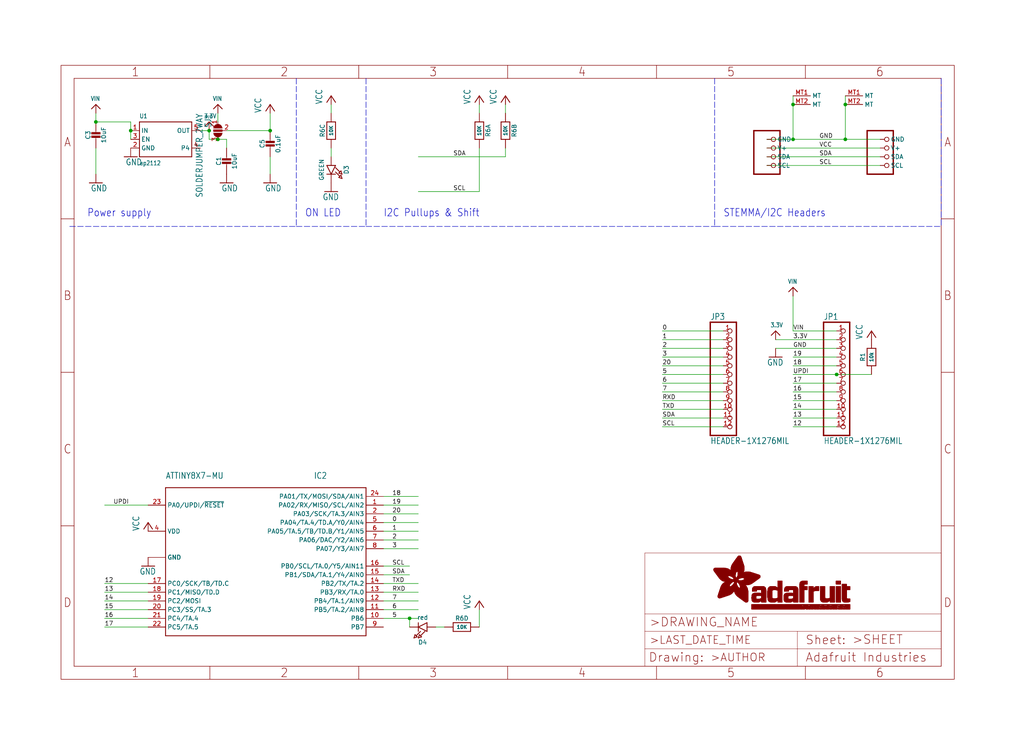
<source format=kicad_sch>
(kicad_sch (version 20211123) (generator eeschema)
  (paper "User" 298.45 217.881)
  (lib_symbols
    (symbol "schematicEagle-eagle-import:3.3V" (power)
      (property "Value" "3.3V" (at -1.524 1.016 0))
      (symbol "3.3V_1_0"
        (pin power_in line (at 0 -2.54 90) (length 2.54) (name "3.3V") (number "1"))
      )
    )
    (symbol "schematicEagle-eagle-import:ATTINY8X7-MU"
      (property "Reference" "IC" (at 12.7 25.4 0))
      (property "Value" "ATTINY8X7-MU" (at -30.48 25.4 0))
      (symbol "ATTINY8X7-MU_1_0"
        (pin bidirectional line (at 33.02 17.78 180) (length 5.08) (name "PA02/RX/MISO/SCL/AIN2") (number "1"))
        (pin bidirectional line (at 33.02 -15.24 180) (length 5.08) (name "PB6") (number "10"))
        (pin bidirectional line (at 33.02 -12.7 180) (length 5.08) (name "PB5/TA.2/AIN8") (number "11"))
        (pin bidirectional line (at 33.02 -10.16 180) (length 5.08) (name "PB4/TA.1/AIN9") (number "12"))
        (pin bidirectional line (at 33.02 -7.62 180) (length 5.08) (name "PB3/RX/TA.0") (number "13"))
        (pin bidirectional line (at 33.02 -5.08 180) (length 5.08) (name "PB2/TX/TA.2") (number "14"))
        (pin bidirectional line (at 33.02 -2.54 180) (length 5.08) (name "PB1/SDA/TA.1/Y4/AIN0") (number "15"))
        (pin bidirectional line (at 33.02 0 180) (length 5.08) (name "PB0/SCL/TA.0/Y5/AIN11") (number "16"))
        (pin bidirectional line (at -35.56 -5.08 0) (length 5.08) (name "PC0/SCK/TB/TD.C") (number "17"))
        (pin bidirectional line (at -35.56 -7.62 0) (length 5.08) (name "PC1/MISO/TD.D") (number "18"))
        (pin bidirectional line (at -35.56 -10.16 0) (length 5.08) (name "PC2/MOSI") (number "19"))
        (pin bidirectional line (at 33.02 15.24 180) (length 5.08) (name "PA03/SCK/TA.3/AIN3") (number "2"))
        (pin bidirectional line (at -35.56 -12.7 0) (length 5.08) (name "PC3/SS/TA.3") (number "20"))
        (pin bidirectional line (at -35.56 -15.24 0) (length 5.08) (name "PC4/TA.4") (number "21"))
        (pin bidirectional line (at -35.56 -17.78 0) (length 5.08) (name "PC5/TA.5") (number "22"))
        (pin bidirectional line (at -35.56 17.78 0) (length 5.08) (name "PA0/UPDI/~{RESET}") (number "23"))
        (pin bidirectional line (at 33.02 20.32 180) (length 5.08) (name "PA01/TX/MOSI/SDA/AIN1") (number "24"))
        (pin power_in line (at -35.56 2.54 0) (length 5.08) (name "GND") (number "3"))
        (pin power_in line (at -35.56 10.16 0) (length 5.08) (name "VDD") (number "4"))
        (pin bidirectional line (at 33.02 12.7 180) (length 5.08) (name "PA04/TA.4/TD.A/Y0/AIN4") (number "5"))
        (pin bidirectional line (at 33.02 10.16 180) (length 5.08) (name "PA05/TA.5/TB/TD.B/Y1/AIN5") (number "6"))
        (pin bidirectional line (at 33.02 7.62 180) (length 5.08) (name "PA06/DAC/Y2/AIN6") (number "7"))
        (pin bidirectional line (at 33.02 5.08 180) (length 5.08) (name "PA07/Y3/AIN7") (number "8"))
        (pin bidirectional line (at 33.02 -17.78 180) (length 5.08) (name "PB7") (number "9"))
        (pin power_in line (at -35.56 2.54 0) (length 5.08) (name "GND") (number "THERM"))
      )
    )
    (symbol "schematicEagle-eagle-import:CAP_CERAMIC0603_NO"
      (property "Reference" "C" (at -2.29 1.25 90))
      (property "Value" "CAP_CERAMIC0603_NO" (at 2.3 1.25 90))
      (symbol "CAP_CERAMIC0603_NO_1_0"
        (pin passive line (at 0 5.08 270) (length 2.54) (name "1") (number "1"))
        (pin passive line (at 0 -2.54 90) (length 2.54) (name "2") (number "2"))
      )
    )
    (symbol "schematicEagle-eagle-import:CAP_CERAMIC0805-NOOUTLINE"
      (property "Reference" "C" (at -2.29 1.25 90))
      (property "Value" "CAP_CERAMIC0805-NOOUTLINE" (at 2.3 1.25 90))
      (symbol "CAP_CERAMIC0805-NOOUTLINE_1_0"
        (pin passive line (at 0 5.08 270) (length 2.54) (name "1") (number "1"))
        (pin passive line (at 0 -2.54 90) (length 2.54) (name "2") (number "2"))
      )
    )
    (symbol "schematicEagle-eagle-import:CAP_CERAMIC0805_10MGAP"
      (property "Reference" "C" (at -2.29 1.25 90))
      (property "Value" "CAP_CERAMIC0805_10MGAP" (at 2.3 1.25 90))
      (symbol "CAP_CERAMIC0805_10MGAP_1_0"
        (pin passive line (at 0 5.08 270) (length 2.54) (name "1") (number "1"))
        (pin passive line (at 0 -2.54 90) (length 2.54) (name "2") (number "2"))
      )
    )
    (symbol "schematicEagle-eagle-import:FRAME_A4_ADAFRUIT"
      (symbol "FRAME_A4_ADAFRUIT_0_0"
        (text "1" (at 21.6958 1.905 0) (effects (font (size 2.54 2.286))))
        (text "1" (at 21.6958 177.165 0) (effects (font (size 2.54 2.286))))
        (text "2" (at 65.0875 1.905 0) (effects (font (size 2.54 2.286))))
        (text "2" (at 65.0875 177.165 0) (effects (font (size 2.54 2.286))))
        (text "3" (at 108.4792 1.905 0) (effects (font (size 2.54 2.286))))
        (text "3" (at 108.4792 177.165 0) (effects (font (size 2.54 2.286))))
        (text "4" (at 151.8708 1.905 0) (effects (font (size 2.54 2.286))))
        (text "4" (at 151.8708 177.165 0) (effects (font (size 2.54 2.286))))
        (text "5" (at 195.2625 1.905 0) (effects (font (size 2.54 2.286))))
        (text "5" (at 195.2625 177.165 0) (effects (font (size 2.54 2.286))))
        (text "6" (at 238.6542 1.905 0) (effects (font (size 2.54 2.286))))
        (text "6" (at 238.6542 177.165 0) (effects (font (size 2.54 2.286))))
        (text "A" (at 1.905 156.6863 0) (effects (font (size 2.54 2.286))))
        (text "A" (at 258.445 156.6863 0) (effects (font (size 2.54 2.286))))
        (text "B" (at 1.905 111.9188 0) (effects (font (size 2.54 2.286))))
        (text "B" (at 258.445 111.9188 0) (effects (font (size 2.54 2.286))))
        (text "C" (at 1.905 67.1513 0) (effects (font (size 2.54 2.286))))
        (text "C" (at 258.445 67.1513 0) (effects (font (size 2.54 2.286))))
        (text "D" (at 1.905 22.3838 0) (effects (font (size 2.54 2.286))))
        (text "D" (at 258.445 22.3838 0) (effects (font (size 2.54 2.286))))
      )
      (symbol "FRAME_A4_ADAFRUIT_1_0"
        (text ">AUTHOR" (at 189.23 5.08 0) (effects (font (size 2.286 2.286)) (justify left bottom)))
        (text ">DRAWING_NAME" (at 171.45 15.24 0) (effects (font (size 2.54 2.54)) (justify left bottom)))
        (text ">LAST_DATE_TIME" (at 171.45 10.16 0) (effects (font (size 2.286 2.286)) (justify left bottom)))
        (text ">SHEET" (at 230.505 10.16 0) (effects (font (size 2.54 2.54)) (justify left bottom)))
        (text "Adafruit Industries" (at 216.916 4.953 0) (effects (font (size 2.54 2.54)) (justify left bottom)))
        (text "Drawing:" (at 171.196 4.953 0) (effects (font (size 2.54 2.54)) (justify left bottom)))
        (text "Sheet:" (at 216.916 10.033 0) (effects (font (size 2.54 2.54)) (justify left bottom)))
      )
    )
    (symbol "schematicEagle-eagle-import:GND" (power)
      (property "Value" "GND" (at -2.54 -2.54 0))
      (symbol "GND_1_0"
        (pin power_in line (at 0 2.54 270) (length 2.54) (name "GND") (number "1"))
      )
    )
    (symbol "schematicEagle-eagle-import:HEADER-1X1276MIL"
      (property "Reference" "JP" (at -6.35 18.415 0))
      (property "Value" "HEADER-1X1276MIL" (at -6.35 -17.78 0))
      (symbol "HEADER-1X1276MIL_1_0"
        (pin passive inverted (at -2.54 15.24 0) (length 2.54) (name "1") (number "1"))
        (pin passive inverted (at -2.54 -7.62 0) (length 2.54) (name "10") (number "10"))
        (pin passive inverted (at -2.54 -10.16 0) (length 2.54) (name "11") (number "11"))
        (pin passive inverted (at -2.54 -12.7 0) (length 2.54) (name "12") (number "12"))
        (pin passive inverted (at -2.54 12.7 0) (length 2.54) (name "2") (number "2"))
        (pin passive inverted (at -2.54 10.16 0) (length 2.54) (name "3") (number "3"))
        (pin passive inverted (at -2.54 7.62 0) (length 2.54) (name "4") (number "4"))
        (pin passive inverted (at -2.54 5.08 0) (length 2.54) (name "5") (number "5"))
        (pin passive inverted (at -2.54 2.54 0) (length 2.54) (name "6") (number "6"))
        (pin passive inverted (at -2.54 0 0) (length 2.54) (name "7") (number "7"))
        (pin passive inverted (at -2.54 -2.54 0) (length 2.54) (name "8") (number "8"))
        (pin passive inverted (at -2.54 -5.08 0) (length 2.54) (name "9") (number "9"))
      )
    )
    (symbol "schematicEagle-eagle-import:LED0603_NOOUTLINE"
      (property "Reference" "D" (at -1.27 4.445 0))
      (property "Value" "LED0603_NOOUTLINE" (at -1.27 -2.794 0))
      (symbol "LED0603_NOOUTLINE_1_0"
        (pin passive line (at -5.08 0 0) (length 2.54) (name "A") (number "A"))
        (pin passive line (at 2.54 0 180) (length 2.54) (name "C") (number "C"))
      )
    )
    (symbol "schematicEagle-eagle-import:RESISTOR_0603_NOOUT"
      (property "Reference" "R" (at 0 2.54 0))
      (property "Value" "RESISTOR_0603_NOOUT" (at 0 0 0))
      (symbol "RESISTOR_0603_NOOUT_1_0"
        (pin passive line (at -5.08 0 0) (length 2.54) (name "1") (number "1"))
        (pin passive line (at 5.08 0 180) (length 2.54) (name "2") (number "2"))
      )
    )
    (symbol "schematicEagle-eagle-import:RESISTOR_4PACK"
      (property "Reference" "R" (at 0 2.54 0))
      (property "Value" "RESISTOR_4PACK" (at 0 0 0))
      (symbol "RESISTOR_4PACK_1_0"
        (pin passive line (at -5.08 0 0) (length 2.54) (name "1") (number "1"))
        (pin passive line (at 5.08 0 180) (length 2.54) (name "2") (number "8"))
      )
      (symbol "RESISTOR_4PACK_2_0"
        (pin passive line (at -5.08 0 0) (length 2.54) (name "1") (number "2"))
        (pin passive line (at 5.08 0 180) (length 2.54) (name "2") (number "7"))
      )
      (symbol "RESISTOR_4PACK_3_0"
        (pin passive line (at -5.08 0 0) (length 2.54) (name "1") (number "3"))
        (pin passive line (at 5.08 0 180) (length 2.54) (name "2") (number "6"))
      )
      (symbol "RESISTOR_4PACK_4_0"
        (pin passive line (at -5.08 0 0) (length 2.54) (name "1") (number "4"))
        (pin passive line (at 5.08 0 180) (length 2.54) (name "2") (number "5"))
      )
    )
    (symbol "schematicEagle-eagle-import:SOLDERJUMPER_2WAY"
      (property "Reference" "SJ" (at -5.08 -3.81 0))
      (property "Value" "SOLDERJUMPER_2WAY" (at -5.08 -6.35 0))
      (symbol "SOLDERJUMPER_2WAY_1_0"
        (pin passive line (at -2.54 0 0) (length 0) (name "1") (number "1"))
        (pin passive line (at 0 2.54 270) (length 0) (name "2") (number "2"))
        (pin passive line (at 2.54 0 180) (length 0) (name "3") (number "3"))
      )
    )
    (symbol "schematicEagle-eagle-import:STEMMA_I2C_QT"
      (symbol "STEMMA_I2C_QT_1_0"
        (pin passive inverted (at 0 5.08 0) (length 2.54) (name "GND") (number "1"))
        (pin passive inverted (at 0 2.54 0) (length 2.54) (name "V+") (number "2"))
        (pin passive inverted (at 0 0 0) (length 2.54) (name "SDA") (number "3"))
        (pin passive inverted (at 0 -2.54 0) (length 2.54) (name "SCL") (number "4"))
      )
      (symbol "STEMMA_I2C_QT_2_0"
        (pin bidirectional line (at 0 0 0) (length 5.08) (name "MT") (number "MT1"))
      )
      (symbol "STEMMA_I2C_QT_3_0"
        (pin bidirectional line (at 0 0 0) (length 5.08) (name "MT") (number "MT2"))
      )
    )
    (symbol "schematicEagle-eagle-import:VCC" (power)
      (property "Value" "VCC" (at -2.54 -2.54 90))
      (symbol "VCC_1_0"
        (pin power_in line (at 0 -2.54 90) (length 2.54) (name "VCC") (number "1"))
      )
    )
    (symbol "schematicEagle-eagle-import:VIN" (power)
      (property "Value" "VIN" (at -1.524 1.016 0))
      (symbol "VIN_1_0"
        (pin power_in line (at 0 -2.54 90) (length 2.54) (name "VIN") (number "1"))
      )
    )
    (symbol "schematicEagle-eagle-import:VREG_SOT23-5"
      (property "Reference" "U" (at -7.62 6.096 0))
      (property "Value" "VREG_SOT23-5" (at -7.62 -7.62 0))
      (symbol "VREG_SOT23-5_1_0"
        (pin power_in line (at -10.16 2.54 0) (length 2.54) (name "IN") (number "1"))
        (pin power_in line (at -10.16 -2.54 0) (length 2.54) (name "GND") (number "2"))
        (pin input line (at -10.16 0 0) (length 2.54) (name "EN") (number "3"))
        (pin bidirectional line (at 10.16 -2.54 180) (length 2.54) (name "P4") (number "4"))
        (pin power_in line (at 10.16 2.54 180) (length 2.54) (name "OUT") (number "5"))
      )
    )
  )
  (junction (at 38.1 38.1))
  (junction (at 63.5 40.64))
  (junction (at 78.74 38.1))
  (junction (at 243.84 109.22))
  (junction (at 246.38 40.64))
  (junction (at 119.38 180.34))
  (junction (at 231.14 40.64))
  (junction (at 60.96 38.1))
  (junction (at 27.94 35.56))
  (junction (at 246.38 30.48))
  (junction (at 231.14 30.48))
  (wire (pts (xy 223.52 43.18) (xy 256.54 43.18)))
  (wire (pts (xy 63.5 33.02) (xy 63.5 35.56)))
  (wire (pts (xy 231.14 96.52) (xy 231.14 86.36)))
  (wire (pts (xy 243.84 121.92) (xy 231.14 121.92)))
  (wire (pts (xy 38.1 35.56) (xy 38.1 38.1)))
  (wire (pts (xy 139.7 177.8) (xy 139.7 182.88)))
  (polyline (pts (xy 106.68 66.04) (xy 208.28 66.04)))
  (wire (pts (xy 139.7 43.18) (xy 139.7 55.88)))
  (wire (pts (xy 246.38 30.48) (xy 246.38 40.64)))
  (wire (pts (xy 119.38 167.64) (xy 111.76 167.64)))
  (wire (pts (xy 246.38 27.94) (xy 246.38 30.48)))
  (wire (pts (xy 66.04 38.1) (xy 78.74 38.1)))
  (wire (pts (xy 243.84 116.84) (xy 231.14 116.84)))
  (wire (pts (xy 111.76 154.94) (xy 121.92 154.94)))
  (wire (pts (xy 30.48 180.34) (xy 43.18 180.34)))
  (wire (pts (xy 193.04 101.6) (xy 210.82 101.6)))
  (wire (pts (xy 256.54 40.64) (xy 246.38 40.64)))
  (wire (pts (xy 111.76 165.1) (xy 119.38 165.1)))
  (wire (pts (xy 231.14 30.48) (xy 231.14 40.64)))
  (wire (pts (xy 111.76 177.8) (xy 121.92 177.8)))
  (wire (pts (xy 27.94 50.8) (xy 27.94 43.18)))
  (wire (pts (xy 193.04 111.76) (xy 210.82 111.76)))
  (wire (pts (xy 27.94 33.02) (xy 27.94 35.56)))
  (wire (pts (xy 121.92 157.48) (xy 111.76 157.48)))
  (wire (pts (xy 210.82 99.06) (xy 193.04 99.06)))
  (wire (pts (xy 147.32 33.02) (xy 147.32 30.48)))
  (wire (pts (xy 231.14 124.46) (xy 243.84 124.46)))
  (wire (pts (xy 78.74 45.72) (xy 78.74 50.8)))
  (wire (pts (xy 231.14 27.94) (xy 231.14 30.48)))
  (wire (pts (xy 127 182.88) (xy 129.54 182.88)))
  (wire (pts (xy 147.32 45.72) (xy 121.92 45.72)))
  (wire (pts (xy 243.84 111.76) (xy 231.14 111.76)))
  (wire (pts (xy 63.5 40.64) (xy 66.04 40.64)))
  (wire (pts (xy 147.32 43.18) (xy 147.32 45.72)))
  (wire (pts (xy 111.76 172.72) (xy 121.92 172.72)))
  (wire (pts (xy 43.18 177.8) (xy 30.48 177.8)))
  (wire (pts (xy 78.74 33.02) (xy 78.74 38.1)))
  (wire (pts (xy 231.14 119.38) (xy 243.84 119.38)))
  (wire (pts (xy 58.42 38.1) (xy 60.96 38.1)))
  (wire (pts (xy 210.82 114.3) (xy 193.04 114.3)))
  (wire (pts (xy 96.52 30.48) (xy 96.52 33.02)))
  (wire (pts (xy 119.38 180.34) (xy 121.92 180.34)))
  (wire (pts (xy 66.04 40.64) (xy 66.04 43.18)))
  (wire (pts (xy 193.04 124.46) (xy 210.82 124.46)))
  (polyline (pts (xy 208.28 22.86) (xy 208.28 66.04)))
  (polyline (pts (xy 274.32 22.86) (xy 274.32 66.04)))
  (wire (pts (xy 111.76 170.18) (xy 121.92 170.18)))
  (wire (pts (xy 210.82 119.38) (xy 193.04 119.38)))
  (wire (pts (xy 30.48 175.26) (xy 43.18 175.26)))
  (wire (pts (xy 43.18 147.32) (xy 30.48 147.32)))
  (wire (pts (xy 60.96 38.1) (xy 60.96 40.64)))
  (wire (pts (xy 193.04 106.68) (xy 210.82 106.68)))
  (wire (pts (xy 210.82 104.14) (xy 193.04 104.14)))
  (polyline (pts (xy 106.68 22.86) (xy 106.68 66.04)))
  (wire (pts (xy 139.7 55.88) (xy 121.92 55.88)))
  (wire (pts (xy 38.1 40.64) (xy 38.1 38.1)))
  (wire (pts (xy 243.84 104.14) (xy 231.14 104.14)))
  (wire (pts (xy 256.54 45.72) (xy 223.52 45.72)))
  (wire (pts (xy 193.04 116.84) (xy 210.82 116.84)))
  (wire (pts (xy 210.82 96.52) (xy 193.04 96.52)))
  (wire (pts (xy 96.52 45.72) (xy 96.52 43.18)))
  (wire (pts (xy 111.76 160.02) (xy 121.92 160.02)))
  (wire (pts (xy 243.84 109.22) (xy 254 109.22)))
  (polyline (pts (xy 86.36 22.86) (xy 86.36 66.04)))
  (wire (pts (xy 111.76 144.78) (xy 121.92 144.78)))
  (polyline (pts (xy 208.28 66.04) (xy 274.32 66.04)))
  (wire (pts (xy 111.76 147.32) (xy 121.92 147.32)))
  (wire (pts (xy 43.18 170.18) (xy 30.48 170.18)))
  (wire (pts (xy 226.06 101.6) (xy 243.84 101.6)))
  (wire (pts (xy 111.76 152.4) (xy 121.92 152.4)))
  (wire (pts (xy 231.14 114.3) (xy 243.84 114.3)))
  (wire (pts (xy 121.92 149.86) (xy 111.76 149.86)))
  (wire (pts (xy 43.18 172.72) (xy 30.48 172.72)))
  (wire (pts (xy 121.92 175.26) (xy 111.76 175.26)))
  (wire (pts (xy 111.76 180.34) (xy 119.38 180.34)))
  (wire (pts (xy 231.14 109.22) (xy 243.84 109.22)))
  (wire (pts (xy 223.52 48.26) (xy 256.54 48.26)))
  (wire (pts (xy 139.7 30.48) (xy 139.7 33.02)))
  (wire (pts (xy 210.82 121.92) (xy 193.04 121.92)))
  (wire (pts (xy 231.14 96.52) (xy 243.84 96.52)))
  (wire (pts (xy 231.14 40.64) (xy 223.52 40.64)))
  (wire (pts (xy 243.84 99.06) (xy 226.06 99.06)))
  (polyline (pts (xy 86.36 66.04) (xy 106.68 66.04)))
  (wire (pts (xy 27.94 35.56) (xy 38.1 35.56)))
  (wire (pts (xy 43.18 182.88) (xy 30.48 182.88)))
  (wire (pts (xy 60.96 40.64) (xy 63.5 40.64)))
  (wire (pts (xy 210.82 109.22) (xy 193.04 109.22)))
  (wire (pts (xy 119.38 182.88) (xy 119.38 180.34)))
  (polyline (pts (xy 20.32 66.04) (xy 86.36 66.04)))
  (wire (pts (xy 243.84 106.68) (xy 231.14 106.68)))
  (wire (pts (xy 231.14 40.64) (xy 246.38 40.64)))
  (text "Power supply" (at 25.4 63.5 180) (effects (font (size 2.1844 1.8567)) (justify left bottom)))
  (text "STEMMA/I2C Headers" (at 210.82 63.5 180) (effects (font (size 2.1844 1.8567)) (justify left bottom)))
  (text "I2C Pullups & Shift" (at 111.76 63.5 180) (effects (font (size 2.1844 1.8567)) (justify left bottom)))
  (text "ON LED" (at 88.9 63.5 180) (effects (font (size 2.1844 1.8567)) (justify left bottom)))
  (label "RXD" (at 114.3 172.72 0) (effects (font (size 1.2446 1.2446))))
  (label "3.3V" (at 231.14 99.06 0) (effects (font (size 1.2446 1.2446))))
  (label "19" (at 114.3 147.32 0) (effects (font (size 1.2446 1.2446))))
  (label "15" (at 30.48 177.8 0) (effects (font (size 1.2446 1.2446))))
  (label "TXD" (at 114.3 170.18 0) (effects (font (size 1.2446 1.2446))))
  (label "GND" (at 238.76 40.64 0) (effects (font (size 1.2446 1.2446))))
  (label "15" (at 231.14 116.84 0) (effects (font (size 1.2446 1.2446))))
  (label "19" (at 231.14 104.14 0) (effects (font (size 1.2446 1.2446))))
  (label "2" (at 114.3 157.48 0) (effects (font (size 1.2446 1.2446))))
  (label "2" (at 193.04 101.6 0) (effects (font (size 1.2446 1.2446))))
  (label "12" (at 231.14 124.46 0) (effects (font (size 1.2446 1.2446))))
  (label "20" (at 193.04 106.68 0) (effects (font (size 1.2446 1.2446))))
  (label "1" (at 193.04 99.06 0) (effects (font (size 1.2446 1.2446))))
  (label "6" (at 114.3 177.8 0) (effects (font (size 1.2446 1.2446))))
  (label "12" (at 30.48 170.18 0) (effects (font (size 1.2446 1.2446))))
  (label "13" (at 30.48 172.72 0) (effects (font (size 1.2446 1.2446))))
  (label "SCL" (at 132.08 55.88 0) (effects (font (size 1.2446 1.2446))))
  (label "SDA" (at 238.76 45.72 0) (effects (font (size 1.2446 1.2446))))
  (label "VIN" (at 231.14 96.52 0) (effects (font (size 1.2446 1.2446))))
  (label "0" (at 114.3 152.4 0) (effects (font (size 1.2446 1.2446))))
  (label "14" (at 30.48 175.26 0) (effects (font (size 1.2446 1.2446))))
  (label "0" (at 193.04 96.52 0) (effects (font (size 1.2446 1.2446))))
  (label "SDA" (at 193.04 121.92 0) (effects (font (size 1.2446 1.2446))))
  (label "GND" (at 231.14 101.6 0) (effects (font (size 1.2446 1.2446))))
  (label "VCC" (at 238.76 43.18 0) (effects (font (size 1.2446 1.2446))))
  (label "5" (at 193.04 109.22 0) (effects (font (size 1.2446 1.2446))))
  (label "17" (at 30.48 182.88 0) (effects (font (size 1.2446 1.2446))))
  (label "SDA" (at 114.3 167.64 0) (effects (font (size 1.2446 1.2446))))
  (label "17" (at 231.14 111.76 0) (effects (font (size 1.2446 1.2446))))
  (label "16" (at 30.48 180.34 0) (effects (font (size 1.2446 1.2446))))
  (label "SDA" (at 132.08 45.72 0) (effects (font (size 1.2446 1.2446))))
  (label "5" (at 114.3 180.34 0) (effects (font (size 1.2446 1.2446))))
  (label "16" (at 231.14 114.3 0) (effects (font (size 1.2446 1.2446))))
  (label "18" (at 231.14 106.68 0) (effects (font (size 1.2446 1.2446))))
  (label "SCL" (at 238.76 48.26 0) (effects (font (size 1.2446 1.2446))))
  (label "TXD" (at 193.04 119.38 0) (effects (font (size 1.2446 1.2446))))
  (label "3" (at 114.3 160.02 0) (effects (font (size 1.2446 1.2446))))
  (label "20" (at 114.3 149.86 0) (effects (font (size 1.2446 1.2446))))
  (label "SCL" (at 193.04 124.46 0) (effects (font (size 1.2446 1.2446))))
  (label "RXD" (at 193.04 116.84 0) (effects (font (size 1.2446 1.2446))))
  (label "1" (at 114.3 154.94 0) (effects (font (size 1.2446 1.2446))))
  (label "7" (at 193.04 114.3 0) (effects (font (size 1.2446 1.2446))))
  (label "SCL" (at 114.3 165.1 0) (effects (font (size 1.2446 1.2446))))
  (label "18" (at 114.3 144.78 0) (effects (font (size 1.2446 1.2446))))
  (label "14" (at 231.14 119.38 0) (effects (font (size 1.2446 1.2446))))
  (label "7" (at 114.3 175.26 0) (effects (font (size 1.2446 1.2446))))
  (label "6" (at 193.04 111.76 0) (effects (font (size 1.2446 1.2446))))
  (label "UPDI" (at 231.14 109.22 0) (effects (font (size 1.2446 1.2446))))
  (label "3" (at 193.04 104.14 0) (effects (font (size 1.2446 1.2446))))
  (label "UPDI" (at 33.02 147.32 0) (effects (font (size 1.2446 1.2446))))
  (label "13" (at 231.14 121.92 0) (effects (font (size 1.2446 1.2446))))
  (symbol (lib_id "schematicEagle-eagle-import:GND") (at 66.04 53.34 0) (unit 1)
    (property "Reference" "#U$3" (effects hide))
    (property "Value" "GND" (at 64.516 55.88 0) (effects (font (size 1.778 1.5113)) (justify left bottom)))
    (property "Footprint" "schematicEagle:" (effects hide))
  )
  (symbol (lib_id "schematicEagle-eagle-import:STEMMA_I2C_QT") (at 246.38 30.48 0) (unit 3)
    (property "Reference" "CONN4" (effects hide))
    (property "Value" "STEMMA_I2C_QT" (effects hide))
    (property "Footprint" "schematicEagle:JST_SH4" (effects hide))
  )
  (symbol (lib_id "schematicEagle-eagle-import:HEADER-1X1276MIL") (at 246.38 111.76 0) (unit 1)
    (property "Reference" "JP1" (at 240.03 93.345 0) (effects (font (size 1.778 1.5113)) (justify left bottom)))
    (property "Value" "HEADER-1X1276MIL" (at 240.03 129.54 0) (effects (font (size 1.778 1.5113)) (justify left bottom)))
    (property "Footprint" "schematicEagle:1X12_ROUND_76MIL" (effects hide))
  )
  (symbol (lib_id "schematicEagle-eagle-import:VCC") (at 43.18 152.4 0) (unit 1)
    (property "Reference" "#P+8" (effects hide))
    (property "Value" "VCC" (at 40.64 154.94 90) (effects (font (size 1.778 1.5113)) (justify left bottom)))
    (property "Footprint" "schematicEagle:" (effects hide))
  )
  (symbol (lib_id "schematicEagle-eagle-import:RESISTOR_4PACK") (at 139.7 38.1 270) (unit 1)
    (property "Reference" "R6" (at 142.24 38.1 0))
    (property "Value" "10K" (at 139.7 38.1 0) (effects (font (size 1.016 1.016) bold)))
    (property "Footprint" "schematicEagle:RESPACK_4X0603" (effects hide))
  )
  (symbol (lib_id "schematicEagle-eagle-import:LED0603_NOOUTLINE") (at 121.92 182.88 180) (unit 1)
    (property "Reference" "D4" (at 123.19 187.325 0))
    (property "Value" "red" (at 123.19 180.086 0))
    (property "Footprint" "schematicEagle:CHIPLED_0603_NOOUTLINE" (effects hide))
  )
  (symbol (lib_id "schematicEagle-eagle-import:CAP_CERAMIC0805-NOOUTLINE") (at 27.94 40.64 0) (unit 1)
    (property "Reference" "C3" (at 25.65 39.39 90))
    (property "Value" "10uF" (at 30.24 39.39 90))
    (property "Footprint" "schematicEagle:0805-NO" (effects hide))
  )
  (symbol (lib_id "schematicEagle-eagle-import:STEMMA_I2C_QT") (at 231.14 30.48 0) (unit 3)
    (property "Reference" "CONN3" (effects hide))
    (property "Value" "STEMMA_I2C_QT" (effects hide))
    (property "Footprint" "schematicEagle:JST_SH4" (effects hide))
  )
  (symbol (lib_id "schematicEagle-eagle-import:3.3V") (at 60.96 35.56 0) (unit 1)
    (property "Reference" "#U$6" (effects hide))
    (property "Value" "3.3V" (at 59.436 34.544 0) (effects (font (size 1.27 1.0795)) (justify left bottom)))
    (property "Footprint" "schematicEagle:" (effects hide))
  )
  (symbol (lib_id "schematicEagle-eagle-import:VCC") (at 78.74 30.48 0) (unit 1)
    (property "Reference" "#P+5" (effects hide))
    (property "Value" "VCC" (at 76.2 33.02 90) (effects (font (size 1.778 1.5113)) (justify left bottom)))
    (property "Footprint" "schematicEagle:" (effects hide))
  )
  (symbol (lib_id "schematicEagle-eagle-import:LED0603_NOOUTLINE") (at 96.52 50.8 270) (unit 1)
    (property "Reference" "D3" (at 100.965 49.53 0))
    (property "Value" "GREEN" (at 93.726 49.53 0))
    (property "Footprint" "schematicEagle:CHIPLED_0603_NOOUTLINE" (effects hide))
  )
  (symbol (lib_id "schematicEagle-eagle-import:HEADER-1X1276MIL") (at 213.36 111.76 0) (unit 1)
    (property "Reference" "JP3" (at 207.01 93.345 0) (effects (font (size 1.778 1.5113)) (justify left bottom)))
    (property "Value" "HEADER-1X1276MIL" (at 207.01 129.54 0) (effects (font (size 1.778 1.5113)) (justify left bottom)))
    (property "Footprint" "schematicEagle:1X12_ROUND_76MIL" (effects hide))
  )
  (symbol (lib_id "schematicEagle-eagle-import:3.3V") (at 226.06 96.52 0) (unit 1)
    (property "Reference" "#U$9" (effects hide))
    (property "Value" "3.3V" (at 224.536 95.504 0) (effects (font (size 1.27 1.0795)) (justify left bottom)))
    (property "Footprint" "schematicEagle:" (effects hide))
  )
  (symbol (lib_id "schematicEagle-eagle-import:STEMMA_I2C_QT") (at 246.38 27.94 0) (unit 2)
    (property "Reference" "CONN4" (effects hide))
    (property "Value" "STEMMA_I2C_QT" (effects hide))
    (property "Footprint" "schematicEagle:JST_SH4" (effects hide))
  )
  (symbol (lib_id "schematicEagle-eagle-import:VCC") (at 139.7 27.94 0) (unit 1)
    (property "Reference" "#P+1" (effects hide))
    (property "Value" "VCC" (at 137.16 30.48 90) (effects (font (size 1.778 1.5113)) (justify left bottom)))
    (property "Footprint" "schematicEagle:" (effects hide))
  )
  (symbol (lib_id "schematicEagle-eagle-import:CAP_CERAMIC0603_NO") (at 78.74 43.18 0) (unit 1)
    (property "Reference" "C5" (at 76.45 41.93 90))
    (property "Value" "0.1uF" (at 81.04 41.93 90))
    (property "Footprint" "schematicEagle:0603-NO" (effects hide))
  )
  (symbol (lib_id "schematicEagle-eagle-import:GND") (at 78.74 53.34 0) (unit 1)
    (property "Reference" "#U$14" (effects hide))
    (property "Value" "GND" (at 77.216 55.88 0) (effects (font (size 1.778 1.5113)) (justify left bottom)))
    (property "Footprint" "schematicEagle:" (effects hide))
  )
  (symbol (lib_id "schematicEagle-eagle-import:RESISTOR_4PACK") (at 147.32 38.1 270) (unit 2)
    (property "Reference" "R6" (at 149.86 38.1 0))
    (property "Value" "10K" (at 147.32 38.1 0) (effects (font (size 1.016 1.016) bold)))
    (property "Footprint" "schematicEagle:RESPACK_4X0603" (effects hide))
  )
  (symbol (lib_id "schematicEagle-eagle-import:STEMMA_I2C_QT") (at 231.14 27.94 0) (unit 2)
    (property "Reference" "CONN3" (effects hide))
    (property "Value" "STEMMA_I2C_QT" (effects hide))
    (property "Footprint" "schematicEagle:JST_SH4" (effects hide))
  )
  (symbol (lib_id "schematicEagle-eagle-import:VIN") (at 231.14 83.82 0) (unit 1)
    (property "Reference" "#U$5" (effects hide))
    (property "Value" "VIN" (at 229.616 82.804 0) (effects (font (size 1.27 1.0795)) (justify left bottom)))
    (property "Footprint" "schematicEagle:" (effects hide))
  )
  (symbol (lib_id "schematicEagle-eagle-import:STEMMA_I2C_QT") (at 223.52 45.72 0) (unit 1)
    (property "Reference" "CONN3" (effects hide))
    (property "Value" "STEMMA_I2C_QT" (effects hide))
    (property "Footprint" "schematicEagle:JST_SH4" (effects hide))
  )
  (symbol (lib_id "schematicEagle-eagle-import:GND") (at 38.1 45.72 0) (unit 1)
    (property "Reference" "#U$2" (effects hide))
    (property "Value" "GND" (at 36.576 48.26 0) (effects (font (size 1.778 1.5113)) (justify left bottom)))
    (property "Footprint" "schematicEagle:" (effects hide))
  )
  (symbol (lib_id "schematicEagle-eagle-import:VCC") (at 96.52 27.94 0) (unit 1)
    (property "Reference" "#P+6" (effects hide))
    (property "Value" "VCC" (at 93.98 30.48 90) (effects (font (size 1.778 1.5113)) (justify left bottom)))
    (property "Footprint" "schematicEagle:" (effects hide))
  )
  (symbol (lib_id "schematicEagle-eagle-import:VREG_SOT23-5") (at 48.26 40.64 0) (unit 1)
    (property "Reference" "U1" (at 40.64 34.544 0) (effects (font (size 1.27 1.0795)) (justify left bottom)))
    (property "Value" "ap2112" (at 40.64 48.26 0) (effects (font (size 1.27 1.0795)) (justify left bottom)))
    (property "Footprint" "schematicEagle:SOT23-5" (effects hide))
  )
  (symbol (lib_id "schematicEagle-eagle-import:VIN") (at 27.94 30.48 0) (unit 1)
    (property "Reference" "#U$1" (effects hide))
    (property "Value" "VIN" (at 26.416 29.464 0) (effects (font (size 1.27 1.0795)) (justify left bottom)))
    (property "Footprint" "schematicEagle:" (effects hide))
  )
  (symbol (lib_id "schematicEagle-eagle-import:VIN") (at 63.5 30.48 0) (unit 1)
    (property "Reference" "#U$4" (effects hide))
    (property "Value" "VIN" (at 61.976 29.464 0) (effects (font (size 1.27 1.0795)) (justify left bottom)))
    (property "Footprint" "schematicEagle:" (effects hide))
  )
  (symbol (lib_id "schematicEagle-eagle-import:RESISTOR_0603_NOOUT") (at 254 104.14 90) (unit 1)
    (property "Reference" "R1" (at 251.46 104.14 0))
    (property "Value" "10k" (at 254 104.14 0) (effects (font (size 1.016 1.016) bold)))
    (property "Footprint" "schematicEagle:0603-NO" (effects hide))
  )
  (symbol (lib_id "schematicEagle-eagle-import:VCC") (at 139.7 175.26 0) (unit 1)
    (property "Reference" "#P+9" (effects hide))
    (property "Value" "VCC" (at 137.16 177.8 90) (effects (font (size 1.778 1.5113)) (justify left bottom)))
    (property "Footprint" "schematicEagle:" (effects hide))
  )
  (symbol (lib_id "schematicEagle-eagle-import:VCC") (at 254 96.52 0) (unit 1)
    (property "Reference" "#P+3" (effects hide))
    (property "Value" "VCC" (at 251.46 99.06 90) (effects (font (size 1.778 1.5113)) (justify left bottom)))
    (property "Footprint" "schematicEagle:" (effects hide))
  )
  (symbol (lib_id "schematicEagle-eagle-import:GND") (at 43.18 165.1 0) (unit 1)
    (property "Reference" "#GND16" (effects hide))
    (property "Value" "GND" (at 40.64 167.64 0) (effects (font (size 1.778 1.5113)) (justify left bottom)))
    (property "Footprint" "schematicEagle:" (effects hide))
  )
  (symbol (lib_id "schematicEagle-eagle-import:SOLDERJUMPER_2WAY") (at 63.5 38.1 270) (unit 1)
    (property "Reference" "SJ1" (at 59.69 33.02 0) (effects (font (size 1.778 1.5113)) (justify left bottom)))
    (property "Value" "SOLDERJUMPER_2WAY" (at 57.15 33.02 0) (effects (font (size 1.778 1.5113)) (justify left bottom)))
    (property "Footprint" "schematicEagle:SOLDERJUMPER_2WAY_OPEN_NOPASTE" (effects hide))
  )
  (symbol (lib_id "schematicEagle-eagle-import:GND") (at 27.94 53.34 0) (unit 1)
    (property "Reference" "#U$13" (effects hide))
    (property "Value" "GND" (at 26.416 55.88 0) (effects (font (size 1.778 1.5113)) (justify left bottom)))
    (property "Footprint" "schematicEagle:" (effects hide))
  )
  (symbol (lib_id "schematicEagle-eagle-import:RESISTOR_4PACK") (at 96.52 38.1 90) (unit 3)
    (property "Reference" "R6" (at 93.98 38.1 0))
    (property "Value" "10K" (at 96.52 38.1 0) (effects (font (size 1.016 1.016) bold)))
    (property "Footprint" "schematicEagle:RESPACK_4X0603" (effects hide))
  )
  (symbol (lib_id "schematicEagle-eagle-import:GND") (at 226.06 104.14 0) (unit 1)
    (property "Reference" "#GND9" (effects hide))
    (property "Value" "GND" (at 223.52 106.68 0) (effects (font (size 1.778 1.5113)) (justify left bottom)))
    (property "Footprint" "schematicEagle:" (effects hide))
  )
  (symbol (lib_id "schematicEagle-eagle-import:FRAME_A4_ADAFRUIT") (at 17.78 198.12 0) (unit 1)
    (property "Reference" "#U$28" (effects hide))
    (property "Value" "FRAME_A4_ADAFRUIT" (effects hide))
    (property "Footprint" "schematicEagle:" (effects hide))
  )
  (symbol (lib_id "schematicEagle-eagle-import:STEMMA_I2C_QT") (at 256.54 45.72 0) (unit 1)
    (property "Reference" "CONN4" (effects hide))
    (property "Value" "STEMMA_I2C_QT" (effects hide))
    (property "Footprint" "schematicEagle:JST_SH4" (effects hide))
  )
  (symbol (lib_id "schematicEagle-eagle-import:CAP_CERAMIC0805_10MGAP") (at 66.04 48.26 0) (unit 1)
    (property "Reference" "C1" (at 63.75 47.01 90))
    (property "Value" "10uF" (at 68.34 47.01 90))
    (property "Footprint" "schematicEagle:0805_10MGAP" (effects hide))
  )
  (symbol (lib_id "schematicEagle-eagle-import:VCC") (at 147.32 27.94 0) (unit 1)
    (property "Reference" "#P+2" (effects hide))
    (property "Value" "VCC" (at 144.78 30.48 90) (effects (font (size 1.778 1.5113)) (justify left bottom)))
    (property "Footprint" "schematicEagle:" (effects hide))
  )
  (symbol (lib_id "schematicEagle-eagle-import:GND") (at 96.52 55.88 0) (unit 1)
    (property "Reference" "#GND13" (effects hide))
    (property "Value" "GND" (at 93.98 58.42 0) (effects (font (size 1.778 1.5113)) (justify left bottom)))
    (property "Footprint" "schematicEagle:" (effects hide))
  )
  (symbol (lib_id "schematicEagle-eagle-import:RESISTOR_4PACK") (at 134.62 182.88 0) (unit 4)
    (property "Reference" "R6" (at 134.62 180.34 0))
    (property "Value" "10K" (at 134.62 182.88 0) (effects (font (size 1.016 1.016) bold)))
    (property "Footprint" "schematicEagle:RESPACK_4X0603" (effects hide))
  )
  (symbol (lib_id "schematicEagle-eagle-import:ATTINY8X7-MU") (at 78.74 165.1 0) (unit 1)
    (property "Reference" "IC2" (at 91.44 139.7 0) (effects (font (size 1.778 1.5113)) (justify left bottom)))
    (property "Value" "ATTINY8X7-MU" (at 48.26 139.7 0) (effects (font (size 1.778 1.5113)) (justify left bottom)))
    (property "Footprint" "schematicEagle:QFN24_4MM" (effects hide))
  )
)
</source>
